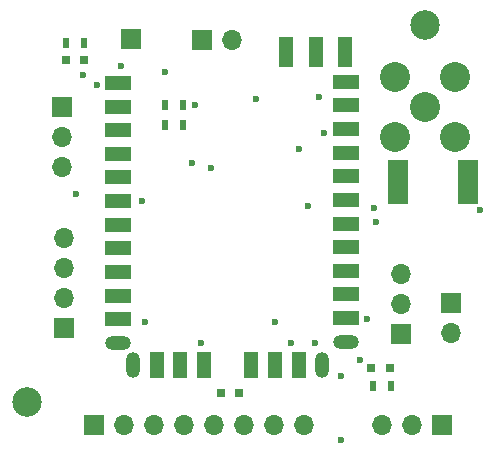
<source format=gbr>
G04 #@! TF.GenerationSoftware,KiCad,Pcbnew,(2017-04-02 revision 2c33fad45)-master*
G04 #@! TF.CreationDate,2017-04-07T18:54:24+05:30*
G04 #@! TF.ProjectId,LoRaBoard,4C6F5261426F6172642E6B696361645F,rev?*
G04 #@! TF.FileFunction,Soldermask,Top*
G04 #@! TF.FilePolarity,Negative*
%FSLAX46Y46*%
G04 Gerber Fmt 4.6, Leading zero omitted, Abs format (unit mm)*
G04 Created by KiCad (PCBNEW (2017-04-02 revision 2c33fad45)-master) date Fri Apr  7 18:54:24 2017*
%MOMM*%
%LPD*%
G01*
G04 APERTURE LIST*
%ADD10C,0.100000*%
%ADD11C,2.500000*%
%ADD12R,2.200000X1.200000*%
%ADD13O,2.200000X1.200000*%
%ADD14O,1.200000X2.200000*%
%ADD15R,1.200000X2.200000*%
%ADD16R,0.800000X0.750000*%
%ADD17R,0.800000X0.800000*%
%ADD18R,1.700000X1.700000*%
%ADD19O,1.700000X1.700000*%
%ADD20R,0.500000X0.900000*%
%ADD21C,2.540000*%
%ADD22R,1.699260X3.698240*%
%ADD23R,1.198880X2.499360*%
%ADD24C,0.600000*%
G04 APERTURE END LIST*
D10*
D11*
X174500000Y-100100000D03*
X140800000Y-132000000D03*
D12*
X148501100Y-105003600D03*
X148501100Y-107003600D03*
X148501100Y-109003600D03*
X148501100Y-111003600D03*
X148501100Y-113003600D03*
X148501100Y-115003600D03*
X148501100Y-117003600D03*
X148501100Y-119003600D03*
X148501100Y-121003600D03*
X148501100Y-123003600D03*
X148501100Y-125003600D03*
D13*
X148501100Y-127003600D03*
D14*
X149831100Y-128903600D03*
D15*
X151831100Y-128903600D03*
X153831100Y-128903600D03*
X155831100Y-128903600D03*
X159831100Y-128903600D03*
X161831100Y-128903600D03*
X163831100Y-128903600D03*
D14*
X165831100Y-128903600D03*
D13*
X167831100Y-126903600D03*
D12*
X167831100Y-124903600D03*
X167831100Y-122903600D03*
X167831100Y-120903600D03*
X167831100Y-118903600D03*
X167831100Y-116903600D03*
X167831100Y-114903600D03*
X167831100Y-112903600D03*
X167831100Y-110903600D03*
X167831100Y-108903600D03*
X167831100Y-106903600D03*
X167831100Y-104903600D03*
D16*
X158750000Y-131250000D03*
X157250000Y-131250000D03*
D17*
X171600000Y-129100000D03*
X170000000Y-129100000D03*
X144100000Y-103100000D03*
X145700000Y-103100000D03*
D18*
X143800000Y-107060000D03*
D19*
X143800000Y-109600000D03*
X143800000Y-112140000D03*
D18*
X172500000Y-126250000D03*
D19*
X172500000Y-123710000D03*
X172500000Y-121170000D03*
D18*
X176000000Y-134000000D03*
D19*
X173460000Y-134000000D03*
X170920000Y-134000000D03*
D18*
X144000000Y-125740000D03*
D19*
X144000000Y-123200000D03*
X144000000Y-120660000D03*
X144000000Y-118120000D03*
D18*
X146500000Y-134000000D03*
D19*
X149040000Y-134000000D03*
X151580000Y-134000000D03*
X154120000Y-134000000D03*
X156660000Y-134000000D03*
X159200000Y-134000000D03*
X161740000Y-134000000D03*
X164280000Y-134000000D03*
D18*
X176750000Y-123600000D03*
D19*
X176750000Y-126140000D03*
D18*
X155660000Y-101400000D03*
D19*
X158200000Y-101400000D03*
D20*
X171650000Y-130700000D03*
X170150000Y-130700000D03*
X144150000Y-101600000D03*
X145650000Y-101600000D03*
D21*
X174500000Y-107000000D03*
X177040000Y-104460000D03*
X177040000Y-109540000D03*
X171960000Y-104460000D03*
X171960000Y-109540000D03*
D22*
X172251060Y-113400000D03*
X178148940Y-113400000D03*
D23*
X162800640Y-102348280D03*
X165300000Y-102348280D03*
X167799360Y-102348280D03*
D20*
X152550000Y-106900000D03*
X154050000Y-106900000D03*
X152550000Y-108600000D03*
X154050000Y-108600000D03*
D18*
X149600000Y-101300000D03*
D24*
X148800000Y-103600000D03*
X154800000Y-111800000D03*
X156400000Y-112200000D03*
X164600000Y-115400000D03*
X170200000Y-115600000D03*
X145600000Y-104300000D03*
X169000000Y-128500000D03*
X163900000Y-110600000D03*
X170400000Y-116800000D03*
X146800000Y-105200000D03*
X166000000Y-109200000D03*
X150600000Y-115000000D03*
X169600000Y-125000000D03*
X165600000Y-106200000D03*
X155600000Y-127000000D03*
X150800000Y-125200000D03*
X155100000Y-106900000D03*
X167400000Y-129800000D03*
X167400000Y-135200000D03*
X165200000Y-127000000D03*
X163200000Y-127000000D03*
X161800000Y-125200000D03*
X152500000Y-104100000D03*
X160200000Y-106400000D03*
X179200000Y-115800000D03*
X145000000Y-114400000D03*
M02*

</source>
